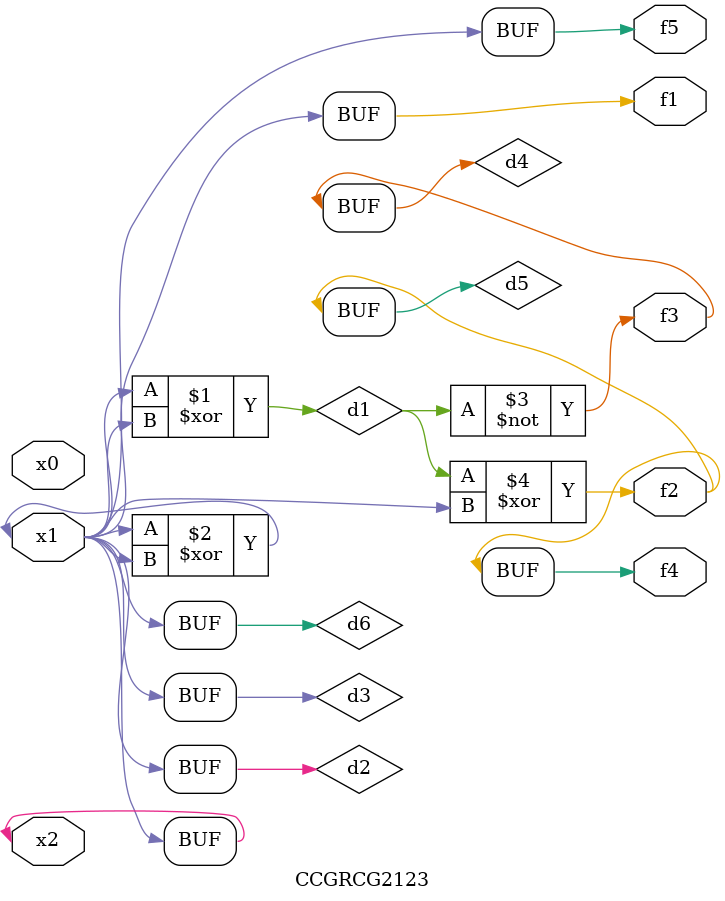
<source format=v>
module CCGRCG2123(
	input x0, x1, x2,
	output f1, f2, f3, f4, f5
);

	wire d1, d2, d3, d4, d5, d6;

	xor (d1, x1, x2);
	buf (d2, x1, x2);
	xor (d3, x1, x2);
	nor (d4, d1);
	xor (d5, d1, d2);
	buf (d6, d2, d3);
	assign f1 = d6;
	assign f2 = d5;
	assign f3 = d4;
	assign f4 = d5;
	assign f5 = d6;
endmodule

</source>
